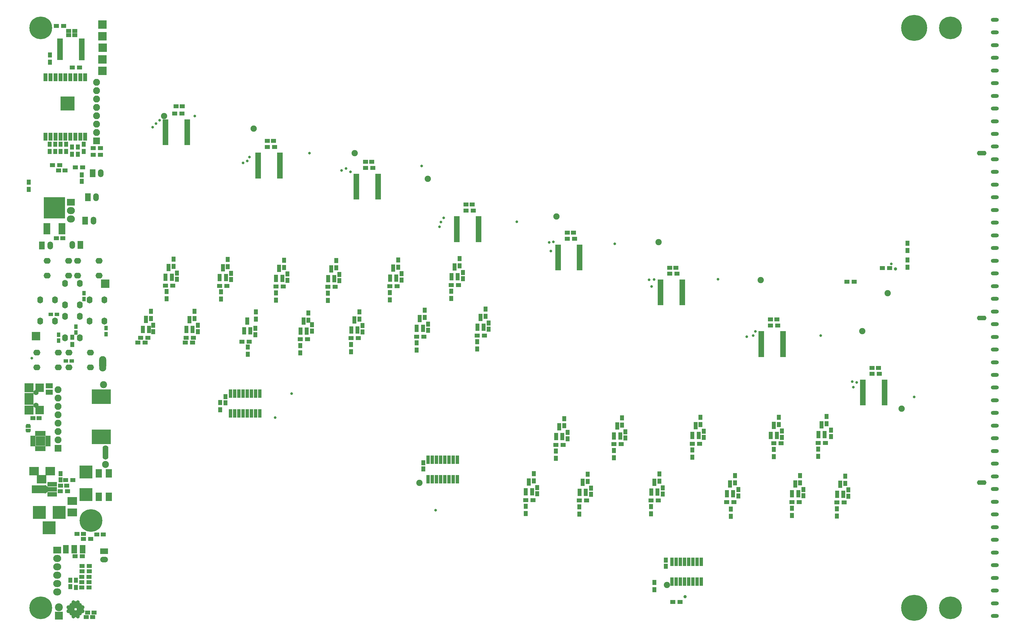
<source format=gts>
G04 #@! TF.GenerationSoftware,KiCad,Pcbnew,no-vcs-found-1e87ae6~58~ubuntu14.04.1*
G04 #@! TF.CreationDate,2017-07-03T13:26:03+09:00*
G04 #@! TF.ProjectId,dotmatrix_64x48,646F746D61747269785F36347834382E,rev?*
G04 #@! TF.SameCoordinates,Original
G04 #@! TF.FileFunction,Soldermask,Top*
G04 #@! TF.FilePolarity,Negative*
%FSLAX46Y46*%
G04 Gerber Fmt 4.6, Leading zero omitted, Abs format (unit mm)*
G04 Created by KiCad (PCBNEW no-vcs-found-1e87ae6~58~ubuntu14.04.1) date Mon Jul  3 13:26:03 2017*
%MOMM*%
%LPD*%
G01*
G04 APERTURE LIST*
%ADD10C,0.100000*%
%ADD11C,0.800000*%
%ADD12C,6.900000*%
%ADD13C,1.400000*%
%ADD14R,1.300000X1.600000*%
%ADD15C,1.000000*%
%ADD16O,2.900000X1.400000*%
%ADD17R,1.600000X1.150000*%
%ADD18R,1.600000X1.300000*%
%ADD19C,1.900000*%
%ADD20R,1.150000X1.600000*%
%ADD21R,2.800000X3.600000*%
%ADD22R,2.600000X2.600000*%
%ADD23R,2.800000X2.800000*%
%ADD24C,1.600000*%
%ADD25R,2.100000X2.100000*%
%ADD26O,2.100000X2.100000*%
%ADD27R,1.800000X0.715000*%
%ADD28O,2.400000X1.200000*%
%ADD29R,2.900000X2.900000*%
%ADD30R,1.600000X0.650000*%
%ADD31R,0.650000X1.600000*%
%ADD32O,2.152400X4.152400*%
%ADD33O,2.152400X2.152400*%
%ADD34C,2.152400*%
%ADD35O,1.752400X2.152400*%
%ADD36O,2.052400X2.152400*%
%ADD37O,1.752400X3.152400*%
%ADD38R,2.900000X2.400000*%
%ADD39R,2.635200X2.635200*%
%ADD40R,1.200000X1.100000*%
%ADD41R,1.500000X0.900000*%
%ADD42R,5.800040X4.400000*%
%ADD43O,2.152400X1.752400*%
%ADD44R,2.900000X2.600000*%
%ADD45O,2.400000X1.700000*%
%ADD46R,2.400000X1.700000*%
%ADD47C,1.800000*%
%ADD48C,7.900000*%
%ADD49R,3.900120X3.900120*%
%ADD50R,1.900000X2.599640*%
%ADD51R,1.000000X2.600000*%
%ADD52R,2.432000X2.127200*%
%ADD53O,2.432000X2.127200*%
%ADD54R,3.900000X3.900000*%
%ADD55R,1.200100X2.200860*%
%ADD56C,1.149300*%
%ADD57R,4.400500X2.398980*%
%ADD58R,2.901900X1.400760*%
%ADD59O,1.700000X2.400000*%
%ADD60R,1.700000X2.400000*%
%ADD61R,1.100000X1.400000*%
%ADD62R,1.400000X1.100000*%
%ADD63C,2.400000*%
%ADD64R,2.400000X2.400000*%
%ADD65R,2.051000X3.448000*%
%ADD66R,6.496000X6.496000*%
%ADD67C,1.200000*%
%ADD68C,1.142782*%
%ADD69R,1.676400X2.652400*%
%ADD70R,1.300000X2.400000*%
%ADD71R,4.200000X4.300000*%
G04 APERTURE END LIST*
D10*
D11*
X63725000Y-43700000D03*
X282025000Y-128975000D03*
X253675000Y-110350000D03*
X222475000Y-93275000D03*
X191175000Y-82500000D03*
X161475000Y-75800000D03*
X132625000Y-58925000D03*
X98525000Y-54975000D03*
D12*
X17000000Y-193000000D03*
D13*
X17000000Y-190500000D03*
X17000000Y-195500000D03*
X19500000Y-193000000D03*
X14500000Y-193000000D03*
X290500000Y-193000000D03*
X295500000Y-193000000D03*
X293000000Y-195500000D03*
X293000000Y-190500000D03*
D12*
X293000000Y-193000000D03*
X293000000Y-17000000D03*
D13*
X293000000Y-14500000D03*
X293000000Y-19500000D03*
X295500000Y-17000000D03*
X290500000Y-17000000D03*
D14*
X27650000Y-186775000D03*
X27650000Y-184575000D03*
D11*
X136825000Y-163400000D03*
X88125000Y-135225000D03*
X93100000Y-127975000D03*
D15*
X212525000Y-189575000D03*
D11*
X14275000Y-117225000D03*
X231225000Y-110725000D03*
X50975000Y-47125000D03*
X51975000Y-46050000D03*
X53075000Y-45025000D03*
X78400000Y-57925000D03*
X79650000Y-57375000D03*
X80325000Y-56150000D03*
X108300000Y-60200000D03*
X109675000Y-59650000D03*
X110975000Y-60625000D03*
X138025000Y-77325000D03*
X138425000Y-75925000D03*
X139300000Y-74675000D03*
X171750000Y-84725000D03*
X171250000Y-82100000D03*
X172575000Y-81875000D03*
X203125000Y-93375000D03*
X201575000Y-93450000D03*
X202350000Y-95475000D03*
X233175000Y-110400000D03*
X233875000Y-109050000D03*
X263550000Y-126025000D03*
X263200000Y-124350000D03*
X264625000Y-124600000D03*
D15*
X276375000Y-90150000D03*
D11*
X275125000Y-88625000D03*
D16*
X302500000Y-155000000D03*
X302500000Y-55000000D03*
X302500000Y-105000000D03*
D17*
X16540000Y-135420000D03*
X14640000Y-135420000D03*
D14*
X280000000Y-82340000D03*
X280000000Y-84540000D03*
X279980000Y-87410000D03*
X279980000Y-89610000D03*
D18*
X208810000Y-191200000D03*
X211010000Y-191200000D03*
D14*
X203210000Y-187480000D03*
X203210000Y-185280000D03*
D18*
X261630000Y-94000000D03*
X263830000Y-94000000D03*
X274540000Y-89840000D03*
X272340000Y-89840000D03*
D14*
X71750000Y-99250000D03*
X71750000Y-97050000D03*
D19*
X112250000Y-55000000D03*
X204500000Y-82000000D03*
X81590000Y-47580000D03*
X173500000Y-74250000D03*
X54425000Y-43750000D03*
X278210000Y-132550000D03*
X134420000Y-62760000D03*
X266250000Y-109000000D03*
X274000000Y-97500000D03*
X235500000Y-93500000D03*
X207020000Y-186080000D03*
X131910000Y-155030000D03*
D20*
X19137790Y-125626770D03*
X19137790Y-127526770D03*
D21*
X13500000Y-129600000D03*
D22*
X16650000Y-133000000D03*
X16650000Y-126200000D03*
D23*
X13450000Y-133000000D03*
X13450000Y-126200000D03*
D24*
X15600000Y-131550000D03*
X15600000Y-127650000D03*
D25*
X33980000Y-51240000D03*
D26*
X33980000Y-48700000D03*
X33980000Y-46160000D03*
X33980000Y-43620000D03*
X33980000Y-41080000D03*
X33980000Y-38540000D03*
X33980000Y-36000000D03*
X33980000Y-33460000D03*
X22300000Y-126820000D03*
X22300000Y-129360000D03*
X22300000Y-131900000D03*
X22300000Y-134440000D03*
X22300000Y-136980000D03*
X22300000Y-139520000D03*
X22300000Y-142060000D03*
D25*
X22300000Y-144600000D03*
D18*
X23990000Y-16380000D03*
X21790000Y-16380000D03*
D27*
X29500000Y-25750000D03*
X29500000Y-25075000D03*
X29500000Y-26450000D03*
X29500000Y-24425000D03*
X22900000Y-26375000D03*
X29500000Y-23775000D03*
X22900000Y-25725000D03*
X29500000Y-23125000D03*
X22900000Y-25075000D03*
X29500000Y-22475000D03*
X22900000Y-24425000D03*
X29500000Y-21825000D03*
X22900000Y-23775000D03*
X29500000Y-21175000D03*
X22900000Y-23125000D03*
X29500000Y-20525000D03*
X22900000Y-22475000D03*
X22900000Y-21825000D03*
X22900000Y-21175000D03*
X22900000Y-20525000D03*
X266450000Y-131225000D03*
X273050000Y-131225000D03*
X266450000Y-130575000D03*
X273050000Y-130575000D03*
X266450000Y-129925000D03*
X273050000Y-129925000D03*
X266450000Y-129275000D03*
X273050000Y-129275000D03*
X266450000Y-128625000D03*
X273050000Y-128625000D03*
X266450000Y-127975000D03*
X273050000Y-127975000D03*
X266450000Y-127325000D03*
X273050000Y-127325000D03*
X266450000Y-126675000D03*
X273050000Y-126675000D03*
X266450000Y-126025000D03*
X273050000Y-126025000D03*
X266450000Y-125375000D03*
X273050000Y-125375000D03*
X266450000Y-124725000D03*
X273050000Y-124725000D03*
X266450000Y-124075000D03*
X273050000Y-124075000D03*
X235650000Y-116525000D03*
X242250000Y-116525000D03*
X235650000Y-115875000D03*
X242250000Y-115875000D03*
X235650000Y-115225000D03*
X242250000Y-115225000D03*
X235650000Y-114575000D03*
X242250000Y-114575000D03*
X235650000Y-113925000D03*
X242250000Y-113925000D03*
X235650000Y-113275000D03*
X242250000Y-113275000D03*
X235650000Y-112625000D03*
X242250000Y-112625000D03*
X235650000Y-111975000D03*
X242250000Y-111975000D03*
X235650000Y-111325000D03*
X242250000Y-111325000D03*
X235650000Y-110675000D03*
X242250000Y-110675000D03*
X235650000Y-110025000D03*
X242250000Y-110025000D03*
X235650000Y-109375000D03*
X242250000Y-109375000D03*
X205050000Y-100825000D03*
X211650000Y-100825000D03*
X205050000Y-100175000D03*
X211650000Y-100175000D03*
X205050000Y-99525000D03*
X211650000Y-99525000D03*
X205050000Y-98875000D03*
X211650000Y-98875000D03*
X205050000Y-98225000D03*
X211650000Y-98225000D03*
X205050000Y-97575000D03*
X211650000Y-97575000D03*
X205050000Y-96925000D03*
X211650000Y-96925000D03*
X205050000Y-96275000D03*
X211650000Y-96275000D03*
X205050000Y-95625000D03*
X211650000Y-95625000D03*
X205050000Y-94975000D03*
X211650000Y-94975000D03*
X205050000Y-94325000D03*
X211650000Y-94325000D03*
X205050000Y-93675000D03*
X211650000Y-93675000D03*
X173950000Y-90225000D03*
X180550000Y-90225000D03*
X173950000Y-89575000D03*
X180550000Y-89575000D03*
X173950000Y-88925000D03*
X180550000Y-88925000D03*
X173950000Y-88275000D03*
X180550000Y-88275000D03*
X173950000Y-87625000D03*
X180550000Y-87625000D03*
X173950000Y-86975000D03*
X180550000Y-86975000D03*
X173950000Y-86325000D03*
X180550000Y-86325000D03*
X173950000Y-85675000D03*
X180550000Y-85675000D03*
X173950000Y-85025000D03*
X180550000Y-85025000D03*
X173950000Y-84375000D03*
X180550000Y-84375000D03*
X173950000Y-83725000D03*
X180550000Y-83725000D03*
X173950000Y-83075000D03*
X180550000Y-83075000D03*
X143250000Y-81625000D03*
X149850000Y-81625000D03*
X143250000Y-80975000D03*
X149850000Y-80975000D03*
X143250000Y-80325000D03*
X149850000Y-80325000D03*
X143250000Y-79675000D03*
X149850000Y-79675000D03*
X143250000Y-79025000D03*
X149850000Y-79025000D03*
X143250000Y-78375000D03*
X149850000Y-78375000D03*
X143250000Y-77725000D03*
X149850000Y-77725000D03*
X143250000Y-77075000D03*
X149850000Y-77075000D03*
X143250000Y-76425000D03*
X149850000Y-76425000D03*
X143250000Y-75775000D03*
X149850000Y-75775000D03*
X143250000Y-75125000D03*
X149850000Y-75125000D03*
X143250000Y-74475000D03*
X149850000Y-74475000D03*
X112750000Y-68725000D03*
X119350000Y-68725000D03*
X112750000Y-68075000D03*
X119350000Y-68075000D03*
X112750000Y-67425000D03*
X119350000Y-67425000D03*
X112750000Y-66775000D03*
X119350000Y-66775000D03*
X112750000Y-66125000D03*
X119350000Y-66125000D03*
X112750000Y-65475000D03*
X119350000Y-65475000D03*
X112750000Y-64825000D03*
X119350000Y-64825000D03*
X112750000Y-64175000D03*
X119350000Y-64175000D03*
X112750000Y-63525000D03*
X119350000Y-63525000D03*
X112750000Y-62875000D03*
X119350000Y-62875000D03*
X112750000Y-62225000D03*
X119350000Y-62225000D03*
X112750000Y-61575000D03*
X119350000Y-61575000D03*
X82950000Y-62325000D03*
X89550000Y-62325000D03*
X82950000Y-61675000D03*
X89550000Y-61675000D03*
X82950000Y-61025000D03*
X89550000Y-61025000D03*
X82950000Y-60375000D03*
X89550000Y-60375000D03*
X82950000Y-59725000D03*
X89550000Y-59725000D03*
X82950000Y-59075000D03*
X89550000Y-59075000D03*
X82950000Y-58425000D03*
X89550000Y-58425000D03*
X82950000Y-57775000D03*
X89550000Y-57775000D03*
X82950000Y-57125000D03*
X89550000Y-57125000D03*
X82950000Y-56475000D03*
X89550000Y-56475000D03*
X82950000Y-55825000D03*
X89550000Y-55825000D03*
X82950000Y-55175000D03*
X89550000Y-55175000D03*
X54850000Y-52225000D03*
X61450000Y-52225000D03*
X54850000Y-51575000D03*
X61450000Y-51575000D03*
X54850000Y-50925000D03*
X61450000Y-50925000D03*
X54850000Y-50275000D03*
X61450000Y-50275000D03*
X54850000Y-49625000D03*
X61450000Y-49625000D03*
X54850000Y-48975000D03*
X61450000Y-48975000D03*
X54850000Y-48325000D03*
X61450000Y-48325000D03*
X54850000Y-47675000D03*
X61450000Y-47675000D03*
X54850000Y-47025000D03*
X61450000Y-47025000D03*
X54850000Y-46375000D03*
X61450000Y-46375000D03*
X54850000Y-45725000D03*
X61450000Y-45725000D03*
X54850000Y-45075000D03*
X61450000Y-45075000D03*
D28*
X306500000Y-195450000D03*
X306500000Y-191600000D03*
X306500000Y-187750000D03*
X306500000Y-183900000D03*
X306500000Y-180050000D03*
X306500000Y-176200000D03*
X306500000Y-172350000D03*
X306500000Y-168500000D03*
X306500000Y-164650000D03*
X306500000Y-160800000D03*
X306500000Y-156950000D03*
X306500000Y-153100000D03*
X306500000Y-149250000D03*
X306500000Y-145400000D03*
X306500000Y-141550000D03*
X306500000Y-137700000D03*
X306500000Y-133850000D03*
X306500000Y-130000000D03*
X306500000Y-126150000D03*
X306500000Y-122300000D03*
X306500000Y-118450000D03*
X306500000Y-114600000D03*
X306500000Y-110750000D03*
X306500000Y-106900000D03*
X306500000Y-103050000D03*
X306500000Y-99200000D03*
X306500000Y-95350000D03*
X306500000Y-91500000D03*
X306500000Y-87650000D03*
X306500000Y-83800000D03*
X306500000Y-79950000D03*
X306500000Y-76100000D03*
X306500000Y-72250000D03*
X306500000Y-68400000D03*
X306500000Y-64550000D03*
X306500000Y-60700000D03*
X306500000Y-56850000D03*
X306500000Y-53000000D03*
X306500000Y-49150000D03*
X306500000Y-45300000D03*
X306500000Y-41450000D03*
X306500000Y-37600000D03*
X306500000Y-33750000D03*
X306500000Y-29900000D03*
X306500000Y-26050000D03*
X306500000Y-22200000D03*
X306500000Y-18350000D03*
X306500000Y-14500000D03*
D20*
X20087790Y-127526770D03*
X20087790Y-125626770D03*
D29*
X16910000Y-142370000D03*
D30*
X19210000Y-141120000D03*
X19210000Y-141620000D03*
X19210000Y-142120000D03*
X19210000Y-142620000D03*
X19210000Y-143120000D03*
X19210000Y-143620000D03*
D31*
X18160000Y-144670000D03*
X17660000Y-144670000D03*
X17160000Y-144670000D03*
X16660000Y-144670000D03*
X16160000Y-144670000D03*
X15660000Y-144670000D03*
D30*
X14610000Y-143620000D03*
X14610000Y-143120000D03*
X14610000Y-142620000D03*
X14610000Y-142120000D03*
X14610000Y-141620000D03*
X14610000Y-141120000D03*
D31*
X15660000Y-140070000D03*
X16160000Y-140070000D03*
X16660000Y-140070000D03*
X17160000Y-140070000D03*
X17660000Y-140070000D03*
X18160000Y-140070000D03*
D32*
X35775000Y-118685000D03*
D33*
X36100000Y-125300000D03*
D34*
X35800000Y-120220000D03*
D35*
X36700000Y-146960000D03*
D36*
X36700000Y-149500000D03*
D37*
X36700000Y-145220000D03*
D38*
X26625000Y-160600000D03*
X26625000Y-164000000D03*
D39*
X35800000Y-23000000D03*
D40*
X13200000Y-137750000D03*
D41*
X13200000Y-137950000D03*
X13200000Y-139050000D03*
D40*
X13200000Y-139250000D03*
D42*
X35400000Y-141100000D03*
X35400000Y-128900000D03*
D43*
X25500000Y-87700000D03*
X25500000Y-92200000D03*
X19000000Y-92200000D03*
X19000000Y-87700000D03*
X15850000Y-115500000D03*
X15850000Y-120000000D03*
X22350000Y-120000000D03*
X22350000Y-115500000D03*
D35*
X21350000Y-99500000D03*
X16850000Y-99500000D03*
X16850000Y-106000000D03*
X21350000Y-106000000D03*
X28851641Y-104509083D03*
X24351641Y-104509083D03*
X24351641Y-111009083D03*
X28851641Y-111009083D03*
X28851641Y-94509083D03*
X24351641Y-94509083D03*
X24351641Y-101009083D03*
X28851641Y-101009083D03*
X36350000Y-99500000D03*
X31850000Y-99500000D03*
X31850000Y-106000000D03*
X36350000Y-106000000D03*
D43*
X34700000Y-87700000D03*
X34700000Y-92200000D03*
X28200000Y-92200000D03*
X28200000Y-87700000D03*
X32110000Y-120020000D03*
X32110000Y-115520000D03*
X25610000Y-115520000D03*
X25610000Y-120020000D03*
D17*
X24375000Y-60200000D03*
X22475000Y-60200000D03*
X35950000Y-170750000D03*
X34050000Y-170750000D03*
D18*
X20600000Y-58600000D03*
X22800000Y-58600000D03*
D44*
X17300000Y-154000000D03*
X15000000Y-151500000D03*
X19900000Y-151500000D03*
D18*
X29950000Y-172100000D03*
X32150000Y-172100000D03*
X27425000Y-177375000D03*
X29625000Y-177375000D03*
D45*
X36250000Y-178350000D03*
D46*
X36250000Y-175850000D03*
D47*
X282000000Y-193000000D03*
D24*
X280400000Y-193275000D03*
X283550000Y-193475000D03*
X278950000Y-193200000D03*
X285050000Y-193250000D03*
D48*
X282000000Y-193000000D03*
D47*
X282000000Y-17000000D03*
D24*
X280400000Y-16725000D03*
X283525000Y-16925000D03*
X279000000Y-17000000D03*
X285000000Y-17000000D03*
D48*
X282000000Y-17000000D03*
D39*
X36600000Y-94600000D03*
D14*
X13350000Y-65975000D03*
X13350000Y-63775000D03*
D13*
X14500000Y-17000000D03*
X19500000Y-17000000D03*
X17000000Y-19500000D03*
X17000000Y-14500000D03*
D12*
X17000000Y-17000000D03*
D17*
X27375000Y-19150000D03*
X25475000Y-19150000D03*
X33150000Y-194400000D03*
X31250000Y-194400000D03*
D49*
X19601720Y-168699000D03*
X16601980Y-164000000D03*
X22601460Y-164000000D03*
D14*
X71490000Y-130680000D03*
X71490000Y-132880000D03*
D18*
X25175000Y-157575000D03*
X22975000Y-157575000D03*
D50*
X37650000Y-159273440D03*
X34650000Y-159273440D03*
X37650000Y-152175000D03*
X34650000Y-152175000D03*
D18*
X31700000Y-183625000D03*
X29500000Y-183625000D03*
X31700000Y-185200000D03*
X29500000Y-185200000D03*
X31700000Y-186800000D03*
X29500000Y-186800000D03*
D51*
X134555000Y-148000000D03*
X134555000Y-154000000D03*
X135825000Y-148000000D03*
X135825000Y-154000000D03*
X137095000Y-148000000D03*
X137095000Y-154000000D03*
X138365000Y-148000000D03*
X138365000Y-154000000D03*
X139635000Y-148000000D03*
X139635000Y-154000000D03*
X140905000Y-148000000D03*
X140905000Y-154000000D03*
X142175000Y-148000000D03*
X142175000Y-154000000D03*
X143445000Y-148000000D03*
X143445000Y-154000000D03*
D20*
X256799165Y-139101977D03*
X256799165Y-141001977D03*
X262077932Y-159112806D03*
X262077932Y-157212806D03*
D17*
X25475000Y-17925000D03*
X27375000Y-17925000D03*
D20*
X26000000Y-186550000D03*
X26000000Y-184650000D03*
X134531664Y-106892708D03*
X134531664Y-108792708D03*
D17*
X24925000Y-155925000D03*
X23025000Y-155925000D03*
D20*
X23000000Y-154150000D03*
X23000000Y-152250000D03*
X248432138Y-157089946D03*
X248432138Y-158989946D03*
X73090000Y-130800000D03*
X73090000Y-128900000D03*
X133070000Y-148940000D03*
X133070000Y-150840000D03*
X206700000Y-180400000D03*
X206700000Y-178500000D03*
X51150000Y-107250000D03*
X51150000Y-109150000D03*
X58300000Y-93300000D03*
X58300000Y-91400000D03*
X29500000Y-63525000D03*
X29500000Y-61625000D03*
D17*
X21775000Y-80775000D03*
X23675000Y-80775000D03*
D20*
X82100000Y-110100000D03*
X82100000Y-108200000D03*
X91860178Y-91684774D03*
X91860178Y-93584774D03*
D17*
X29950000Y-170600000D03*
X28050000Y-170600000D03*
X32750000Y-195800000D03*
X30850000Y-195800000D03*
D20*
X99290000Y-109000000D03*
X99290000Y-107100000D03*
X107651482Y-91784774D03*
X107651482Y-93684774D03*
X114675077Y-109234565D03*
X114675077Y-107334565D03*
X74768874Y-91484774D03*
X74768874Y-93384774D03*
X228660452Y-159004230D03*
X228660452Y-157104230D03*
X218204459Y-139390315D03*
X218204459Y-141290315D03*
X205722945Y-158462193D03*
X205722945Y-156562193D03*
X194404589Y-139529985D03*
X194404589Y-141429985D03*
X183941051Y-158535267D03*
X183941051Y-156635267D03*
X176827849Y-139750685D03*
X176827849Y-141650685D03*
X167631730Y-158397418D03*
X167631730Y-156497418D03*
X152939461Y-106549233D03*
X152939461Y-108449233D03*
X145098037Y-93125431D03*
X145098037Y-91225431D03*
X64667456Y-107234774D03*
X64667456Y-109134774D03*
X241921708Y-141242902D03*
X241921708Y-139342902D03*
X126464225Y-91586615D03*
X126464225Y-93486615D03*
D39*
X35750000Y-30000000D03*
X15600000Y-110550000D03*
X35750000Y-26500000D03*
X35750000Y-19500000D03*
X35750000Y-16000000D03*
D52*
X26200000Y-69910000D03*
D53*
X26200000Y-72450000D03*
X26200000Y-74990000D03*
D18*
X113375089Y-111134565D03*
X111175089Y-111134565D03*
D14*
X204722957Y-152362193D03*
X204722957Y-154562193D03*
X227660464Y-155104230D03*
X227660464Y-152904230D03*
X240921720Y-135142902D03*
X240921720Y-137342902D03*
X247432150Y-155089946D03*
X247432150Y-152889946D03*
X244932150Y-162789946D03*
X244932150Y-164989946D03*
D18*
X125164237Y-95386615D03*
X122964237Y-95386615D03*
D14*
X180441063Y-162335267D03*
X180441063Y-164535267D03*
D18*
X29725000Y-59300000D03*
X27525000Y-59300000D03*
D14*
X164131742Y-162197418D03*
X164131742Y-164397418D03*
X149439473Y-114449233D03*
X149439473Y-112249233D03*
X141598049Y-96925431D03*
X141598049Y-99125431D03*
X122964237Y-99486615D03*
X122964237Y-97286615D03*
X217204471Y-135190315D03*
X217204471Y-137390315D03*
X193404601Y-137529985D03*
X193404601Y-135329985D03*
D18*
X258577944Y-161012806D03*
X260777944Y-161012806D03*
D14*
X226400000Y-165250000D03*
X226400000Y-163050000D03*
X239421720Y-144932902D03*
X239421720Y-147132902D03*
X255410399Y-137147681D03*
X255410399Y-134947681D03*
X252910399Y-144847681D03*
X252910399Y-147047681D03*
X258577944Y-165112806D03*
X258577944Y-162912806D03*
D18*
X190904601Y-143329985D03*
X193104601Y-143329985D03*
X204422957Y-160362193D03*
X202222957Y-160362193D03*
X214704471Y-143190315D03*
X216904471Y-143190315D03*
X241621720Y-143032902D03*
X239421720Y-143032902D03*
X244932150Y-160889946D03*
X247132150Y-160889946D03*
D14*
X131031676Y-112592708D03*
X131031676Y-114792708D03*
X133531676Y-104892708D03*
X133531676Y-102692708D03*
X173327861Y-145450685D03*
X173327861Y-147650685D03*
D18*
X143798049Y-95025431D03*
X141598049Y-95025431D03*
X149439473Y-110349233D03*
X151639473Y-110349233D03*
X166331742Y-160297418D03*
X164131742Y-160297418D03*
X173327861Y-143550685D03*
X175527861Y-143550685D03*
X182641063Y-160435267D03*
X180441063Y-160435267D03*
D14*
X73768886Y-87284774D03*
X73768886Y-89484774D03*
D18*
X255110399Y-142947681D03*
X252910399Y-142947681D03*
X71268886Y-95284774D03*
X73468886Y-95284774D03*
X80275000Y-112200000D03*
X78075000Y-112200000D03*
X88360190Y-95484774D03*
X90560190Y-95484774D03*
D14*
X125464237Y-89586615D03*
X125464237Y-87386615D03*
D18*
X97955842Y-111484774D03*
X95755842Y-111484774D03*
X104151494Y-95584774D03*
X106351494Y-95584774D03*
D14*
X50427546Y-105184774D03*
X50427546Y-102984774D03*
X57337311Y-87184774D03*
X57337311Y-89384774D03*
X63667468Y-105234774D03*
X63667468Y-103034774D03*
D18*
X131031676Y-110692708D03*
X133231676Y-110692708D03*
D14*
X82275000Y-105400000D03*
X82275000Y-103200000D03*
X90860190Y-87484774D03*
X90860190Y-89684774D03*
X98255842Y-105684774D03*
X98255842Y-103484774D03*
X106651494Y-87584774D03*
X106651494Y-89784774D03*
X111175089Y-115234565D03*
X111175089Y-113034565D03*
D18*
X35100000Y-55500000D03*
X32900000Y-55500000D03*
X29550000Y-180300000D03*
X31750000Y-180300000D03*
X24570000Y-154200000D03*
X26770000Y-154200000D03*
X61167468Y-111034774D03*
X63367468Y-111034774D03*
D14*
X26600000Y-110900000D03*
X26600000Y-113100000D03*
D18*
X54837311Y-95184774D03*
X57037311Y-95184774D03*
X35100000Y-53500000D03*
X32900000Y-53500000D03*
D14*
X104151494Y-97484774D03*
X104151494Y-99684774D03*
X95755842Y-115584774D03*
X95755842Y-113384774D03*
X88360190Y-97384774D03*
X88360190Y-99584774D03*
X79850000Y-116000000D03*
X79850000Y-113800000D03*
D18*
X60900000Y-112500000D03*
X63100000Y-112500000D03*
D14*
X55170000Y-99220000D03*
X55170000Y-97020000D03*
D18*
X46500000Y-112500000D03*
X48700000Y-112500000D03*
X29525000Y-181925000D03*
X31725000Y-181925000D03*
X227360464Y-160904230D03*
X225160464Y-160904230D03*
X47350000Y-111025000D03*
X49550000Y-111025000D03*
D14*
X151939473Y-104549233D03*
X151939473Y-102349233D03*
X166631742Y-152297418D03*
X166631742Y-154497418D03*
X175827861Y-137750685D03*
X175827861Y-135550685D03*
X182941063Y-152435267D03*
X182941063Y-154635267D03*
X190904601Y-147429985D03*
X190904601Y-145229985D03*
X202222957Y-162262193D03*
X202222957Y-164462193D03*
X113675089Y-105334565D03*
X113675089Y-103134565D03*
X261077944Y-153012806D03*
X261077944Y-155212806D03*
X214704471Y-147290315D03*
X214704471Y-145090315D03*
X144098049Y-87025431D03*
X144098049Y-89225431D03*
D54*
X30750000Y-151796400D03*
X30750000Y-158603600D03*
D55*
X123014237Y-92888895D03*
X124914237Y-92888895D03*
X123964237Y-89886615D03*
X132031676Y-105192708D03*
X132981676Y-108194988D03*
X131081676Y-108194988D03*
X111225089Y-108636845D03*
X113125089Y-108636845D03*
X112175089Y-105634565D03*
X105151494Y-90084774D03*
X106101494Y-93087054D03*
X104201494Y-93087054D03*
X95805842Y-108987054D03*
X97705842Y-108987054D03*
X96755842Y-105984774D03*
X89360190Y-89984774D03*
X90310190Y-92987054D03*
X88410190Y-92987054D03*
X78700000Y-108951140D03*
X80600000Y-108951140D03*
X79650000Y-105948860D03*
X72268886Y-89784774D03*
X73218886Y-92787054D03*
X71318886Y-92787054D03*
X61217468Y-108537054D03*
X63117468Y-108537054D03*
X62167468Y-105534774D03*
X55837311Y-89684774D03*
X56787311Y-92687054D03*
X54887311Y-92687054D03*
X48927546Y-105484774D03*
X49877546Y-108487054D03*
X47977546Y-108487054D03*
X165131742Y-154797418D03*
X166081742Y-157799698D03*
X164181742Y-157799698D03*
X252960399Y-140449961D03*
X254860399Y-140449961D03*
X253910399Y-137447681D03*
X245932150Y-155389946D03*
X246882150Y-158392226D03*
X244982150Y-158392226D03*
X238471720Y-140645182D03*
X240371720Y-140645182D03*
X239421720Y-137642902D03*
X226160464Y-155404230D03*
X227110464Y-158406510D03*
X225210464Y-158406510D03*
X214754471Y-140692595D03*
X216654471Y-140692595D03*
X215704471Y-137690315D03*
X203222957Y-154862193D03*
X204172957Y-157864473D03*
X202272957Y-157864473D03*
X190954601Y-140832265D03*
X192854601Y-140832265D03*
X191904601Y-137829985D03*
X181441063Y-154935267D03*
X182391063Y-157937547D03*
X180491063Y-157937547D03*
X173377861Y-141052965D03*
X175277861Y-141052965D03*
X174327861Y-138050685D03*
X150439473Y-104849233D03*
X151389473Y-107851513D03*
X149489473Y-107851513D03*
X141648049Y-92527711D03*
X143548049Y-92527711D03*
X142598049Y-89525431D03*
X259577944Y-155512806D03*
X260527944Y-158515086D03*
X258627944Y-158515086D03*
D56*
X18849500Y-157000000D03*
D10*
G36*
X18274850Y-155625185D02*
X19424150Y-156392683D01*
X19424150Y-157607317D01*
X18274850Y-158374815D01*
X18274850Y-155625185D01*
X18274850Y-155625185D01*
G37*
D57*
X16500000Y-157000000D03*
D58*
X20452240Y-155498860D03*
X20452240Y-157000000D03*
X20452240Y-158501140D03*
D59*
X33000000Y-75500000D03*
D60*
X30500000Y-75500000D03*
X29050000Y-82850000D03*
D59*
X26550000Y-82850000D03*
X33800000Y-68350000D03*
D60*
X31300000Y-68350000D03*
X17400000Y-83025000D03*
D59*
X19900000Y-83025000D03*
X35230000Y-61090000D03*
D60*
X32730000Y-61090000D03*
D61*
X22425000Y-110100000D03*
X22425000Y-111900000D03*
D62*
X20100000Y-103900000D03*
X21900000Y-103900000D03*
X24600000Y-118100000D03*
X26400000Y-118100000D03*
D61*
X27675000Y-109450000D03*
X27675000Y-107650000D03*
X30125000Y-97500000D03*
X30125000Y-99300000D03*
X36800000Y-108100000D03*
X36800000Y-109900000D03*
D51*
X217445000Y-185000000D03*
X217445000Y-179000000D03*
X216175000Y-185000000D03*
X216175000Y-179000000D03*
X214905000Y-185000000D03*
X214905000Y-179000000D03*
X213635000Y-185000000D03*
X213635000Y-179000000D03*
X212365000Y-185000000D03*
X212365000Y-179000000D03*
X211095000Y-185000000D03*
X211095000Y-179000000D03*
X209825000Y-185000000D03*
X209825000Y-179000000D03*
X208555000Y-185000000D03*
X208555000Y-179000000D03*
X83445000Y-134000000D03*
X83445000Y-128000000D03*
X82175000Y-134000000D03*
X82175000Y-128000000D03*
X80905000Y-134000000D03*
X80905000Y-128000000D03*
X79635000Y-134000000D03*
X79635000Y-128000000D03*
X78365000Y-134000000D03*
X78365000Y-128000000D03*
X77095000Y-134000000D03*
X77095000Y-128000000D03*
X75825000Y-134000000D03*
X75825000Y-128000000D03*
X74555000Y-134000000D03*
X74555000Y-128000000D03*
D18*
X271450000Y-122000000D03*
X269250000Y-122000000D03*
D17*
X269250000Y-120150000D03*
X271150000Y-120150000D03*
D18*
X238450000Y-107300000D03*
X240650000Y-107300000D03*
D17*
X240350000Y-105450000D03*
X238450000Y-105450000D03*
D18*
X210050000Y-91600000D03*
X207850000Y-91600000D03*
D17*
X207850000Y-89750000D03*
X209750000Y-89750000D03*
D18*
X176750000Y-81000000D03*
X178950000Y-81000000D03*
D17*
X178650000Y-79150000D03*
X176750000Y-79150000D03*
D18*
X146050000Y-72400000D03*
X148250000Y-72400000D03*
D17*
X147950000Y-70550000D03*
X146050000Y-70550000D03*
D18*
X117750000Y-59500000D03*
X115550000Y-59500000D03*
D17*
X115550000Y-57650000D03*
X117450000Y-57650000D03*
D18*
X85750000Y-53100000D03*
X87950000Y-53100000D03*
D17*
X87650000Y-51250000D03*
X85750000Y-51250000D03*
D18*
X57650000Y-43000000D03*
X59850000Y-43000000D03*
D13*
X29750000Y-166500000D03*
X34750000Y-166500000D03*
X32250000Y-169000000D03*
X32250000Y-164000000D03*
D12*
X32250000Y-166500000D03*
D17*
X59975000Y-40725000D03*
X58075000Y-40725000D03*
D63*
X22500000Y-192850000D03*
D64*
X22500000Y-195390000D03*
D14*
X19750000Y-54500000D03*
X19750000Y-52300000D03*
X19850000Y-25225000D03*
X19850000Y-27425000D03*
D18*
X26600000Y-28960000D03*
X28800000Y-28960000D03*
D14*
X28300000Y-55300000D03*
X28300000Y-53100000D03*
X26500000Y-53100000D03*
X26500000Y-55300000D03*
X30100000Y-54500000D03*
X30100000Y-52300000D03*
X23050000Y-54500000D03*
X23050000Y-52300000D03*
X21400000Y-52300000D03*
X21400000Y-54500000D03*
X24700000Y-54500000D03*
X24700000Y-52300000D03*
D65*
X23436000Y-77900000D03*
D66*
X21150000Y-71550000D03*
D65*
X18864000Y-77900000D03*
D52*
X22000000Y-175500000D03*
D53*
X22000000Y-178040000D03*
X22000000Y-180580000D03*
X22000000Y-183120000D03*
X22000000Y-185660000D03*
X22000000Y-188200000D03*
D67*
X28250000Y-195625000D03*
X26950000Y-195625000D03*
X28250000Y-191275000D03*
X26950000Y-191275000D03*
X29700000Y-194025000D03*
X29700000Y-192825000D03*
X25400000Y-192825000D03*
X25400000Y-194025000D03*
D68*
X27102512Y-192224101D03*
D10*
G36*
X27658599Y-190965490D02*
X27683549Y-193011700D01*
X27248574Y-193191873D01*
X25819327Y-191727341D01*
X27658599Y-190965490D01*
X27658599Y-190965490D01*
G37*
D68*
X28097488Y-194626187D03*
D10*
G36*
X27541401Y-195884798D02*
X27516451Y-193838588D01*
X27951426Y-193658415D01*
X29380673Y-195122947D01*
X27541401Y-195884798D01*
X27541401Y-195884798D01*
G37*
D68*
X26398956Y-192927655D03*
D10*
G36*
X25902196Y-191644470D02*
X27366728Y-193073717D01*
X27186555Y-193508692D01*
X25140345Y-193483742D01*
X25902196Y-191644470D01*
X25902196Y-191644470D01*
G37*
D68*
X28801044Y-193922633D03*
D10*
G36*
X29297804Y-195205818D02*
X27833272Y-193776571D01*
X28013445Y-193341596D01*
X30059655Y-193366546D01*
X29297804Y-195205818D01*
X29297804Y-195205818D01*
G37*
D68*
X26398957Y-193922632D03*
D10*
G36*
X25140346Y-193366545D02*
X27186556Y-193341595D01*
X27366729Y-193776570D01*
X25902197Y-195205817D01*
X25140346Y-193366545D01*
X25140346Y-193366545D01*
G37*
D68*
X28801043Y-192927656D03*
D10*
G36*
X30059654Y-193483743D02*
X28013444Y-193508693D01*
X27833271Y-193073718D01*
X29297803Y-191644471D01*
X30059654Y-193483743D01*
X30059654Y-193483743D01*
G37*
D68*
X27102511Y-194626188D03*
D10*
G36*
X25819326Y-195122948D02*
X27248573Y-193658416D01*
X27683548Y-193838589D01*
X27658598Y-195884799D01*
X25819326Y-195122948D01*
X25819326Y-195122948D01*
G37*
D68*
X28097489Y-192224100D03*
D10*
G36*
X29380674Y-191727340D02*
X27951427Y-193191872D01*
X27516452Y-193011699D01*
X27541402Y-190965489D01*
X29380674Y-191727340D01*
X29380674Y-191727340D01*
G37*
D69*
X24660000Y-175200000D03*
X27200000Y-175200000D03*
X29740000Y-175200000D03*
D70*
X18500000Y-50000000D03*
X20000000Y-50000000D03*
X21500000Y-50000000D03*
X23000000Y-50000000D03*
X24500000Y-50000000D03*
X26000000Y-50000000D03*
X27500000Y-50000000D03*
X29000000Y-50000000D03*
X30500000Y-50000000D03*
X30500000Y-32000000D03*
X29000000Y-32000000D03*
X27500000Y-32000000D03*
X26000000Y-32000000D03*
X24500000Y-32000000D03*
X23000000Y-32000000D03*
X21500000Y-32000000D03*
X20000000Y-32000000D03*
X18500000Y-32000000D03*
D71*
X25132000Y-39934000D03*
M02*

</source>
